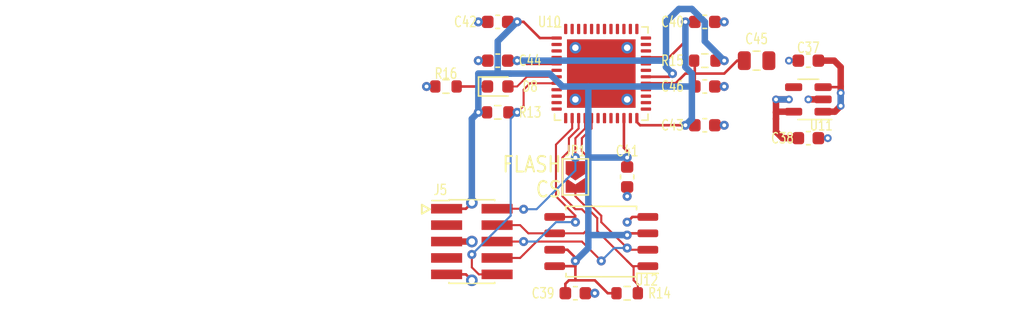
<source format=kicad_pcb>
(kicad_pcb (version 20221018) (generator pcbnew)
  (layers (0 "F.Cu" signal "Front") (31 "B.Cu" signal "Back") (34 "B.Paste" user) (35 "F.Paste" user) (36 "B.SilkS" user "B.Silkscreen") (37 "F.SilkS" user "F.Silkscreen") (38 "B.Mask" user) (39 "F.Mask" user) (44 "Edge.Cuts" user))
  (net 0 "")
  (net 1 "gnd")
  (net 2 "v3v3")
  (net 3 "tp_fpga[3].io")
  (net 4 "tp_fpga[0].io")
  (net 5 "tp_fpga[2].io")
  (net 6 "tp_fpga[1].io")
  (net 7 "cdone.res.a")
  (net 8 "fpga.gpio.pwm_2H")
  (net 9 "fpga.gpio.pwm_2L")
  (net 10 "fpga.gpio.pwm_1H")
  (net 11 "fpga.gpio.pwm_1L")
  (net 12 "fpga.gpio.pwm_0H")
  (net 13 "fpga.gpio.pwm_0L")
  (net 14 "fpga.vcc_reg.pwr_out")
  (net 15 "fpga.pll_res.pwr_out")
  (net 16 "fpga.ic.spi_config_cs")
  (net 17 "fpga.ic.creset_b")
  (net 18 "usb_fpga_bitbang.dm")
  (net 19 "usb_fpga_bitbang.dp")
  (net 20 "usb_fpga_bitbang.dp_pull")
  (net 21 "fpga.ic.spi_config.miso")
  (net 22 "fpga.ic.spi_config.mosi")
  (net 23 "fpga.ic.spi_config.sck")
  (net 24 "fpga.gpio.led_1")
  (net 25 "fpga.gpio.led_3")
  (net 26 "fpga.gpio.led_2")
  (net 27 "fpga.cdone")
  (net 28 "fpga.gpio.led_0")
  (net 29 "fpga_sw.out")
  (net 30 "fpga.cs_jmp.output")
  (net 31 "fpga_osc.out")
  (footprint "Capacitor_SMD:C_0603_1608Metric" (layer "F.Cu") (at 82 153 -90)
    (fp_text reference "C41" (at -2 0 180) (layer "F.SilkS") (effects (font (size 0.8 0.6) (thickness 0.1))))
    (fp_text value "")
    (fp_line (start -0.14058 -0.51) (end 0.14058 -0.51) (stroke (width 0.12)) (layer "F.SilkS"))
    (fp_line (start -0.14058 0.51) (end 0.14058 0.51) (stroke (width 0.12)) (layer "F.SilkS"))
    (pad "1" smd roundrect (at -0.775 0 270) (size 0.9 0.95) (layers "F.Cu" "F.Paste" "F.Mask") (net 2 "v3v3"))
    (pad "2" smd roundrect (at 0.775 0 270) (size 0.9 0.95) (layers "F.Cu" "F.Paste" "F.Mask") (net 1 "gnd"))
  )
  (footprint "Package_DFN_QFN:QFN-48-1EP_7x7mm_P0.5mm_EP5.3x5.3mm" (layer "F.Cu") (at 80 145)
    (fp_text reference "U10" (at -4 -4) (layer "F.SilkS") (effects (font (size 0.8 0.6) (thickness 0.1))))
    (fp_text value "ICE40UP5K-SG48 (Lattice Semiconductor Corporation)")
    (fp_line (start -3.61 3.61) (end -3.61 3.135) (stroke (width 0.12)) (layer "F.SilkS"))
    (fp_line (start -3.135 -3.61) (end -3.61 -3.61) (stroke (width 0.12)) (layer "F.SilkS"))
    (fp_line (start -3.135 3.61) (end -3.61 3.61) (stroke (width 0.12)) (layer "F.SilkS"))
    (fp_line (start 3.135 -3.61) (end 3.61 -3.61) (stroke (width 0.12)) (layer "F.SilkS"))
    (fp_line (start 3.135 3.61) (end 3.61 3.61) (stroke (width 0.12)) (layer "F.SilkS"))
    (fp_line (start 3.61 -3.61) (end 3.61 -3.135) (stroke (width 0.12)) (layer "F.SilkS"))
    (fp_line (start 3.61 3.61) (end 3.61 3.135) (stroke (width 0.12)) (layer "F.SilkS"))
    (pad "1" smd roundrect (at -3.45 -2.75) (size 0.8 0.25) (layers "F.Cu" "F.Paste" "F.Mask") (net 2 "v3v3"))
    (pad "2" smd roundrect (at -3.45 -2.25) (size 0.8 0.25) (layers "F.Cu" "F.Paste" "F.Mask") (net 4 "tp_fpga[0].io"))
    (pad "3" smd roundrect (at -3.45 -1.75) (size 0.8 0.25) (layers "F.Cu" "F.Paste" "F.Mask") (net 6 "tp_fpga[1].io"))
    (pad "4" smd roundrect (at -3.45 -1.25) (size 0.8 0.25) (layers "F.Cu" "F.Paste" "F.Mask") (net 5 "tp_fpga[2].io"))
    (pad "5" smd roundrect (at -3.45 -0.75) (size 0.8 0.25) (layers "F.Cu" "F.Paste" "F.Mask") (net 14 "fpga.vcc_reg.pwr_out"))
    (pad "6" smd roundrect (at -3.45 -0.25) (size 0.8 0.25) (layers "F.Cu" "F.Paste" "F.Mask") (net 3 "tp_fpga[3].io"))
    (pad "7" smd roundrect (at -3.45 0.25) (size 0.8 0.25) (layers "F.Cu" "F.Paste" "F.Mask") (net 27 "fpga.cdone"))
    (pad "8" smd roundrect (at -3.45 0.75) (size 0.8 0.25) (layers "F.Cu" "F.Paste" "F.Mask") (net 17 "fpga.ic.creset_b"))
    (pad "9" smd roundrect (at -3.45 1.25) (size 0.8 0.25) (layers "F.Cu" "F.Paste" "F.Mask"))
    (pad "10" smd roundrect (at -3.45 1.75) (size 0.8 0.25) (layers "F.Cu" "F.Paste" "F.Mask"))
    (pad "11" smd roundrect (at -3.45 2.25) (size 0.8 0.25) (layers "F.Cu" "F.Paste" "F.Mask"))
    (pad "12" smd roundrect (at -3.45 2.75) (size 0.8 0.25) (layers "F.Cu" "F.Paste" "F.Mask"))
    (pad "13" smd roundrect (at -2.75 3.45) (size 0.25 0.8) (layers "F.Cu" "F.Paste" "F.Mask"))
    (pad "14" smd roundrect (at -2.25 3.45) (size 0.25 0.8) (layers "F.Cu" "F.Paste" "F.Mask") (net 22 "fpga.ic.spi_config.mosi"))
    (pad "15" smd roundrect (at -1.75 3.45) (size 0.25 0.8) (layers "F.Cu" "F.Paste" "F.Mask") (net 23 "fpga.ic.spi_config.sck"))
    (pad "16" smd roundrect (at -1.25 3.45) (size 0.25 0.8) (layers "F.Cu" "F.Paste" "F.Mask") (net 16 "fpga.ic.spi_config_cs"))
    (pad "17" smd roundrect (at -0.75 3.45) (size 0.25 0.8) (layers "F.Cu" "F.Paste" "F.Mask") (net 21 "fpga.ic.spi_config.miso"))
    (pad "18" smd roundrect (at -0.25 3.45) (size 0.25 0.8) (layers "F.Cu" "F.Paste" "F.Mask") (net 25 "fpga.gpio.led_3"))
    (pad "19" smd roundrect (at 0.25 3.45) (size 0.25 0.8) (layers "F.Cu" "F.Paste" "F.Mask") (net 26 "fpga.gpio.led_2"))
    (pad "20" smd roundrect (at 0.75 3.45) (size 0.25 0.8) (layers "F.Cu" "F.Paste" "F.Mask") (net 24 "fpga.gpio.led_1"))
    (pad "21" smd roundrect (at 1.25 3.45) (size 0.25 0.8) (layers "F.Cu" "F.Paste" "F.Mask") (net 28 "fpga.gpio.led_0"))
    (pad "22" smd roundrect (at 1.75 3.45) (size 0.25 0.8) (layers "F.Cu" "F.Paste" "F.Mask") (net 2 "v3v3"))
    (pad "23" smd roundrect (at 2.25 3.45) (size 0.25 0.8) (layers "F.Cu" "F.Paste" "F.Mask"))
    (pad "24" smd roundrect (at 2.75 3.45) (size 0.25 0.8) (layers "F.Cu" "F.Paste" "F.Mask") (net 2 "v3v3"))
    (pad "25" smd roundrect (at 3.45 2.75) (size 0.8 0.25) (layers "F.Cu" "F.Paste" "F.Mask") (net 18 "usb_fpga_bitbang.dm"))
    (pad "26" smd roundrect (at 3.45 2.25) (size 0.8 0.25) (layers "F.Cu" "F.Paste" "F.Mask") (net 19 "usb_fpga_bitbang.dp"))
    (pad "27" smd roundrect (at 3.45 1.75) (size 0.8 0.25) (layers "F.Cu" "F.Paste" "F.Mask") (net 20 "usb_fpga_bitbang.dp_pull"))
    (pad "28" smd roundrect (at 3.45 1.25) (size 0.8 0.25) (layers "F.Cu" "F.Paste" "F.Mask"))
    (pad "29" smd roundrect (at 3.45 0.75) (size 0.8 0.25) (layers "F.Cu" "F.Paste" "F.Mask") (net 15 "fpga.pll_res.pwr_out"))
    (pad "30" smd roundrect (at 3.45 0.25) (size 0.8 0.25) (layers "F.Cu" "F.Paste" "F.Mask") (net 14 "fpga.vcc_reg.pwr_out"))
    (pad "31" smd roundrect (at 3.45 -0.25) (size 0.8 0.25) (layers "F.Cu" "F.Paste" "F.Mask"))
    (pad "32" smd roundrect (at 3.45 -0.75) (size 0.8 0.25) (layers "F.Cu" "F.Paste" "F.Mask") (net 29 "fpga_sw.out"))
    (pad "33" smd roundrect (at 3.45 -1.25) (size 0.8 0.25) (layers "F.Cu" "F.Paste" "F.Mask") (net 2 "v3v3"))
    (pad "34" smd roundrect (at 3.45 -1.75) (size 0.8 0.25) (layers "F.Cu" "F.Paste" "F.Mask"))
    (pad "35" smd roundrect (at 3.45 -2.25) (size 0.8 0.25) (layers "F.Cu" "F.Paste" "F.Mask"))
    (pad "36" smd roundrect (at 3.45 -2.75) (size 0.8 0.25) (layers "F.Cu" "F.Paste" "F.Mask"))
    (pad "37" smd roundrect (at 2.75 -3.45) (size 0.25 0.8) (layers "F.Cu" "F.Paste" "F.Mask") (net 31 "fpga_osc.out"))
    (pad "38" smd roundrect (at 2.25 -3.45) (size 0.25 0.8) (layers "F.Cu" "F.Paste" "F.Mask"))
    (pad "39" smd roundrect (at 1.75 -3.45) (size 0.25 0.8) (layers "F.Cu" "F.Paste" "F.Mask"))
    (pad "40" smd roundrect (at 1.25 -3.45) (size 0.25 0.8) (layers "F.Cu" "F.Paste" "F.Mask"))
    (pad "41" smd roundrect (at 0.75 -3.45) (size 0.25 0.8) (layers "F.Cu" "F.Paste" "F.Mask"))
    (pad "42" smd roundrect (at 0.25 -3.45) (size 0.25 0.8) (layers "F.Cu" "F.Paste" "F.Mask"))
    (pad "43" smd roundrect (at -0.25 -3.45) (size 0.25 0.8) (layers "F.Cu" "F.Paste" "F.Mask") (net 9 "fpga.gpio.pwm_2L"))
    (pad "44" smd roundrect (at -0.75 -3.45) (size 0.25 0.8) (layers "F.Cu" "F.Paste" "F.Mask") (net 8 "fpga.gpio.pwm_2H"))
    (pad "45" smd roundrect (at -1.25 -3.45) (size 0.25 0.8) (layers "F.Cu" "F.Paste" "F.Mask") (net 11 "fpga.gpio.pwm_1L"))
    (pad "46" smd roundrect (at -1.75 -3.45) (size 0.25 0.8) (layers "F.Cu" "F.Paste" "F.Mask") (net 10 "fpga.gpio.pwm_1H"))
    (pad "47" smd roundrect (at -2.25 -3.45) (size 0.25 0.8) (layers "F.Cu" "F.Paste" "F.Mask") (net 13 "fpga.gpio.pwm_0L"))
    (pad "48" smd roundrect (at -2.75 -3.45) (size 0.25 0.8) (layers "F.Cu" "F.Paste" "F.Mask") (net 12 "fpga.gpio.pwm_0H"))
    (pad "49" smd rect (at 0 0) (size 5.3 5.3) (layers "F.Cu" "F.Mask") (net 1 "gnd"))
  )
  (footprint "Package_TO_SOT_SMD:SOT-23-5" (layer "F.Cu") (at 96 147 180)
    (fp_text reference "U11" (at -1 -2 180) (layer "F.SilkS") (effects (font (size 0.8 0.6) (thickness 0.1))))
    (fp_text value "LP5907MFX-1.2/NOPB (Texas Instruments)")
    (fp_line (start 0 -1.56) (end -1.8 -1.56) (stroke (width 0.12)) (layer "F.SilkS"))
    (fp_line (start 0 -1.56) (end 0.8 -1.56) (stroke (width 0.12)) (layer "F.SilkS"))
    (fp_line (start 0 1.56) (end -0.8 1.56) (stroke (width 0.12)) (layer "F.SilkS"))
    (fp_line (start 0 1.56) (end 0.8 1.56) (stroke (width 0.12)) (layer "F.SilkS"))
    (pad "1" smd roundrect (at -1.1375 -0.95 180) (size 1.325 0.6) (layers "F.Cu" "F.Paste" "F.Mask") (net 2 "v3v3"))
    (pad "2" smd roundrect (at -1.1375 0 180) (size 1.325 0.6) (layers "F.Cu" "F.Paste" "F.Mask") (net 1 "gnd"))
    (pad "3" smd roundrect (at -1.1375 0.95 180) (size 1.325 0.6) (layers "F.Cu" "F.Paste" "F.Mask") (net 2 "v3v3"))
    (pad "4" smd roundrect (at 1.1375 0.95 180) (size 1.325 0.6) (layers "F.Cu" "F.Paste" "F.Mask"))
    (pad "5" smd roundrect (at 1.1375 -0.95 180) (size 1.325 0.6) (layers "F.Cu" "F.Paste" "F.Mask") (net 14 "fpga.vcc_reg.pwr_out"))
  )
  (footprint "Capacitor_SMD:C_0603_1608Metric" (layer "F.Cu") (at 78 162)
    (fp_text reference "C39" (at -2.5 0) (layer "F.SilkS") (effects (font (size 0.8 0.6) (thickness 0.1))))
    (fp_text value "")
    (fp_line (start -0.14058 -0.51) (end 0.14058 -0.51) (stroke (width 0.12)) (layer "F.SilkS"))
    (fp_line (start -0.14058 0.51) (end 0.14058 0.51) (stroke (width 0.12)) (layer "F.SilkS"))
    (pad "1" smd roundrect (at -0.775 0) (size 0.9 0.95) (layers "F.Cu" "F.Paste" "F.Mask") (net 2 "v3v3"))
    (pad "2" smd roundrect (at 0.775 0) (size 0.9 0.95) (layers "F.Cu" "F.Paste" "F.Mask") (net 1 "gnd"))
  )
  (footprint "LED_SMD:LED_0603_1608Metric" (layer "F.Cu") (at 72 146)
    (fp_text reference "D8" (at 2.5 0) (layer "F.SilkS") (effects (font (size 0.8 0.6) (thickness 0.1))))
    (fp_text value "KT-0603R (Hubei KENTO Elec) - Red 615~630nm 1.9~2.2V 0603 Light Emitting Diodes (LED) RoHS")
    (fp_line (start -1.485 -0.735) (end -1.485 0.735) (stroke (width 0.12)) (layer "F.SilkS"))
    (fp_line (start -1.485 0.735) (end 0.8 0.735) (stroke (width 0.12)) (layer "F.SilkS"))
    (fp_line (start 0.8 -0.735) (end -1.485 -0.735) (stroke (width 0.12)) (layer "F.SilkS"))
    (pad "1" smd roundrect (at -0.7875 0) (size 0.875 0.95) (layers "F.Cu" "F.Paste" "F.Mask") (net 7 "cdone.res.a"))
    (pad "2" smd roundrect (at 0.7875 0) (size 0.875 0.95) (layers "F.Cu" "F.Paste" "F.Mask") (net 27 "fpga.cdone"))
  )
  (footprint "Capacitor_SMD:C_0603_1608Metric" (layer "F.Cu") (at 96 144 180)
    (fp_text reference "C37" (at 0 1) (layer "F.SilkS") (effects (font (size 0.8 0.6) (thickness 0.1))))
    (fp_text value "")
    (fp_line (start -0.14058 -0.51) (end 0.14058 -0.51) (stroke (width 0.12)) (layer "F.SilkS"))
    (fp_line (start -0.14058 0.51) (end 0.14058 0.51) (stroke (width 0.12)) (layer "F.SilkS"))
    (pad "1" smd roundrect (at -0.775 0 180) (size 0.9 0.95) (layers "F.Cu" "F.Paste" "F.Mask") (net 2 "v3v3"))
    (pad "2" smd roundrect (at 0.775 0 180) (size 0.9 0.95) (layers "F.Cu" "F.Paste" "F.Mask") (net 1 "gnd"))
  )
  (footprint "Resistor_SMD:R_0603_1608Metric" (layer "F.Cu") (at 68 146 180)
    (fp_text reference "R16" (at 0 1) (layer "F.SilkS") (effects (font (size 0.8 0.6) (thickness 0.1))))
    (fp_text value "")
    (fp_line (start -0.237258 -0.5225) (end 0.237258 -0.5225) (stroke (width 0.12)) (layer "F.SilkS"))
    (fp_line (start -0.237258 0.5225) (end 0.237258 0.5225) (stroke (width 0.12)) (layer "F.SilkS"))
    (pad "1" smd roundrect (at -0.825 0 180) (size 0.8 0.95) (layers "F.Cu" "F.Paste" "F.Mask") (net 7 "cdone.res.a"))
    (pad "2" smd roundrect (at 0.825 0 180) (size 0.8 0.95) (layers "F.Cu" "F.Paste" "F.Mask") (net 1 "gnd"))
  )
  (footprint "Capacitor_SMD:C_0805_2012Metric" (layer "F.Cu") (at 92 144)
    (fp_text reference "C45" (at 0 -1.68) (layer "F.SilkS") (effects (font (size 0.8 0.6) (thickness 0.1))))
    (fp_text value "")
    (fp_line (start -0.261252 -0.735) (end 0.261252 -0.735) (stroke (width 0.12)) (layer "F.SilkS"))
    (fp_line (start -0.261252 0.735) (end 0.261252 0.735) (stroke (width 0.12)) (layer "F.SilkS"))
    (pad "1" smd roundrect (at -0.95 0) (size 1 1.45) (layers "F.Cu" "F.Paste" "F.Mask") (net 15 "fpga.pll_res.pwr_out"))
    (pad "2" smd roundrect (at 0.95 0) (size 1 1.45) (layers "F.Cu" "F.Paste" "F.Mask") (net 1 "gnd"))
  )
  (footprint "Resistor_SMD:R_0603_1608Metric" (layer "F.Cu") (at 82 162)
    (fp_text reference "R14" (at 2.5 0) (layer "F.SilkS") (effects (font (size 0.8 0.6) (thickness 0.1))))
    (fp_text value "")
    (fp_line (start -0.237258 -0.5225) (end 0.237258 -0.5225) (stroke (width 0.12)) (layer "F.SilkS"))
    (fp_line (start -0.237258 0.5225) (end 0.237258 0.5225) (stroke (width 0.12)) (layer "F.SilkS"))
    (pad "1" smd roundrect (at -0.825 0) (size 0.8 0.95) (layers "F.Cu" "F.Paste" "F.Mask") (net 2 "v3v3"))
    (pad "2" smd roundrect (at 0.825 0) (size 0.8 0.95) (layers "F.Cu" "F.Paste" "F.Mask") (net 30 "fpga.cs_jmp.output"))
  )
  (footprint "Resistor_SMD:R_0603_1608Metric" (layer "F.Cu") (at 72 148)
    (fp_text reference "R13" (at 2.5 0) (layer "F.SilkS") (effects (font (size 0.8 0.6) (thickness 0.1))))
    (fp_text value "")
    (fp_line (start -0.237258 -0.5225) (end 0.237258 -0.5225) (stroke (width 0.12)) (layer "F.SilkS"))
    (fp_line (start -0.237258 0.5225) (end 0.237258 0.5225) (stroke (width 0.12)) (layer "F.SilkS"))
    (pad "1" smd roundrect (at -0.825 0) (size 0.8 0.95) (layers "F.Cu" "F.Paste" "F.Mask") (net 2 "v3v3"))
    (pad "2" smd roundrect (at 0.825 0) (size 0.8 0.95) (layers "F.Cu" "F.Paste" "F.Mask") (net 17 "fpga.ic.creset_b"))
  )
  (footprint "Capacitor_SMD:C_0603_1608Metric" (layer "F.Cu") (at 88 141)
    (fp_text reference "C40" (at -2.5 0) (layer "F.SilkS") (effects (font (size 0.8 0.6) (thickness 0.1))))
    (fp_text value "")
    (fp_line (start -0.14058 -0.51) (end 0.14058 -0.51) (stroke (width 0.12)) (layer "F.SilkS"))
    (fp_line (start -0.14058 0.51) (end 0.14058 0.51) (stroke (width 0.12)) (layer "F.SilkS"))
    (pad "1" smd roundrect (at -0.775 0) (size 0.9 0.95) (layers "F.Cu" "F.Paste" "F.Mask") (net 2 "v3v3"))
    (pad "2" smd roundrect (at 0.775 0) (size 0.9 0.95) (layers "F.Cu" "F.Paste" "F.Mask") (net 1 "gnd"))
  )
  (footprint "Capacitor_SMD:C_0603_1608Metric" (layer "F.Cu") (at 88 149)
    (fp_text reference "C43" (at -2.5 0) (layer "F.SilkS") (effects (font (size 0.8 0.6) (thickness 0.1))))
    (fp_text value "")
    (fp_line (start -0.14058 -0.51) (end 0.14058 -0.51) (stroke (width 0.12)) (layer "F.SilkS"))
    (fp_line (start -0.14058 0.51) (end 0.14058 0.51) (stroke (width 0.12)) (layer "F.SilkS"))
    (pad "1" smd roundrect (at -0.775 0) (size 0.9 0.95) (layers "F.Cu" "F.Paste" "F.Mask") (net 2 "v3v3"))
    (pad "2" smd roundrect (at 0.775 0) (size 0.9 0.95) (layers "F.Cu" "F.Paste" "F.Mask") (net 1 "gnd"))
  )
  (footprint "Resistor_SMD:R_0603_1608Metric" (layer "F.Cu") (at 88 144 180)
    (fp_text reference "R15" (at 2.5 0) (layer "F.SilkS") (effects (font (size 0.8 0.6) (thickness 0.1))))
    (fp_text value "")
    (fp_line (start -0.237258 -0.5225) (end 0.237258 -0.5225) (stroke (width 0.12)) (layer "F.SilkS"))
    (fp_line (start -0.237258 0.5225) (end 0.237258 0.5225) (stroke (width 0.12)) (layer "F.SilkS"))
    (pad "1" smd roundrect (at -0.825 0 180) (size 0.8 0.95) (layers "F.Cu" "F.Paste" "F.Mask") (net 14 "fpga.vcc_reg.pwr_out"))
    (pad "2" smd roundrect (at 0.825 0 180) (size 0.8 0.95) (layers "F.Cu" "F.Paste" "F.Mask") (net 15 "fpga.pll_res.pwr_out"))
  )
  (footprint "Capacitor_SMD:C_0603_1608Metric" (layer "F.Cu") (at 72 144 180)
    (fp_text reference "C44" (at -2.5 0) (layer "F.SilkS") (effects (font (size 0.8 0.6) (thickness 0.1))))
    (fp_text value "")
    (fp_line (start -0.14058 -0.51) (end 0.14058 -0.51) (stroke (width 0.12)) (layer "F.SilkS"))
    (fp_line (start -0.14058 0.51) (end 0.14058 0.51) (stroke (width 0.12)) (layer "F.SilkS"))
    (pad "1" smd roundrect (at -0.775 0 180) (size 0.9 0.95) (layers "F.Cu" "F.Paste" "F.Mask") (net 14 "fpga.vcc_reg.pwr_out"))
    (pad "2" smd roundrect (at 0.775 0 180) (size 0.9 0.95) (layers "F.Cu" "F.Paste" "F.Mask") (net 1 "gnd"))
  )
  (footprint "Capacitor_SMD:C_0603_1608Metric" (layer "F.Cu") (at 88 146)
    (fp_text reference "C46" (at -2.5 0) (layer "F.SilkS") (effects (font (size 0.8 0.6) (thickness 0.1))))
    (fp_text value "")
    (fp_line (start -0.14058 -0.51) (end 0.14058 -0.51) (stroke (width 0.12)) (layer "F.SilkS"))
    (fp_line (start -0.14058 0.51) (end 0.14058 0.51) (stroke (width 0.12)) (layer "F.SilkS"))
    (pad "1" smd roundrect (at -0.775 0) (size 0.9 0.95) (layers "F.Cu" "F.Paste" "F.Mask") (net 15 "fpga.pll_res.pwr_out"))
    (pad "2" smd roundrect (at 0.775 0) (size 0.9 0.95) (layers "F.Cu" "F.Paste" "F.Mask") (net 1 "gnd"))
  )
  (footprint "Connector_PinHeader_1.27mm:PinHeader_2x05_P1.27mm_Vertical_SMD" (layer "F.Cu") (at 70 158)
    (fp_text reference "J5" (at -2.4275 -4) (layer "F.SilkS") (effects (font (size 0.8 0.6) (thickness 0.1))))
    (fp_text value "PinHeader1.27 Shrouded 2x5 (Generic)")
    (fp_line (start -3.09 -3.17) (end -1.765 -3.17) (stroke (width 0.12)) (layer "F.SilkS"))
    (fp_line (start -1.765 -3.235) (end -1.765 -3.17) (stroke (width 0.12)) (layer "F.SilkS"))
    (fp_line (start -1.765 -3.235) (end 1.765 -3.235) (stroke (width 0.12)) (layer "F.SilkS"))
    (fp_line (start -1.765 3.17) (end -1.765 3.235) (stroke (width 0.12)) (layer "F.SilkS"))
    (fp_line (start -1.765 3.235) (end 1.765 3.235) (stroke (width 0.12)) (layer "F.SilkS"))
    (fp_line (start 1.765 -3.235) (end 1.765 -3.17) (stroke (width 0.12)) (layer "F.SilkS"))
    (fp_line (start 1.765 3.17) (end 1.765 3.235) (stroke (width 0.12)) (layer "F.SilkS"))
    (pad "1" smd rect (at -1.95 -2.54) (size 2.4 0.74) (layers "F.Cu" "F.Paste" "F.Mask") (net 2 "v3v3"))
    (pad "2" smd rect (at 1.95 -2.54) (size 2.4 0.74) (layers "F.Cu" "F.Paste" "F.Mask") (net 16 "fpga.ic.spi_config_cs"))
    (pad "3" smd rect (at -1.95 -1.27) (size 2.4 0.74) (layers "F.Cu" "F.Paste" "F.Mask") (net 1 "gnd"))
    (pad "4" smd rect (at 1.95 -1.27) (size 2.4 0.74) (layers "F.Cu" "F.Paste" "F.Mask") (net 23 "fpga.ic.spi_config.sck"))
    (pad "5" smd rect (at -1.95 0) (size 2.4 0.74) (layers "F.Cu" "F.Paste" "F.Mask") (net 1 "gnd"))
    (pad "6" smd rect (at 1.95 0) (size 2.4 0.74) (layers "F.Cu" "F.Paste" "F.Mask") (net 22 "fpga.ic.spi_config.mosi"))
    (pad "7" smd rect (at -1.95 1.27) (size 2.4 0.74) (layers "F.Cu" "F.Paste" "F.Mask"))
    (pad "8" smd rect (at 1.95 1.27) (size 2.4 0.74) (layers "F.Cu" "F.Paste" "F.Mask") (net 21 "fpga.ic.spi_config.miso"))
    (pad "9" smd rect (at -1.95 2.54) (size 2.4 0.74) (layers "F.Cu" "F.Paste" "F.Mask") (net 1 "gnd"))
    (pad "10" smd rect (at 1.95 2.54) (size 2.4 0.74) (layers "F.Cu" "F.Paste" "F.Mask") (net 17 "fpga.ic.creset_b"))
  )
  (footprint "Capacitor_SMD:C_0603_1608Metric" (layer "F.Cu") (at 72 141 180)
    (fp_text reference "C42" (at 2.5 0) (layer "F.SilkS") (effects (font (size 0.8 0.6) (thickness 0.1))))
    (fp_text value "")
    (fp_line (start -0.14058 -0.51) (end 0.14058 -0.51) (stroke (width 0.12)) (layer "F.SilkS"))
    (fp_line (start -0.14058 0.51) (end 0.14058 0.51) (stroke (width 0.12)) (layer "F.SilkS"))
    (pad "1" smd roundrect (at -0.775 0 180) (size 0.9 0.95) (layers "F.Cu" "F.Paste" "F.Mask") (net 2 "v3v3"))
    (pad "2" smd roundrect (at 0.775 0 180) (size 0.9 0.95) (layers "F.Cu" "F.Paste" "F.Mask") (net 1 "gnd"))
  )
  (footprint "Package_SO:SOIC-8_5.23x5.23mm_P1.27mm" (layer "F.Cu") (at 80 158 180)
    (fp_text reference "U12" (at -3.5 -3 180) (layer "F.SilkS") (effects (font (size 0.8 0.6) (thickness 0.1))))
    (fp_text value "W25Q128JVSIQ (Winbond Electronics)")
    (fp_line (start -2.725 -2.725) (end -2.725 -2.465) (stroke (width 0.12)) (layer "F.SilkS"))
    (fp_line (start -2.725 -2.465) (end -4.4 -2.465) (stroke (width 0.12)) (layer "F.SilkS"))
    (fp_line (start -2.725 2.725) (end -2.725 2.465) (stroke (width 0.12)) (layer "F.SilkS"))
    (fp_line (start 0 -2.725) (end -2.725 -2.725) (stroke (width 0.12)) (layer "F.SilkS"))
    (fp_line (start 0 -2.725) (end 2.725 -2.725) (stroke (width 0.12)) (layer "F.SilkS"))
    (fp_line (start 0 2.725) (end -2.725 2.725) (stroke (width 0.12)) (layer "F.SilkS"))
    (fp_line (start 0 2.725) (end 2.725 2.725) (stroke (width 0.12)) (layer "F.SilkS"))
    (fp_line (start 2.725 -2.725) (end 2.725 -2.465) (stroke (width 0.12)) (layer "F.SilkS"))
    (fp_line (start 2.725 2.725) (end 2.725 2.465) (stroke (width 0.12)) (layer "F.SilkS"))
    (pad "1" smd roundrect (at -3.6 -1.905 180) (size 1.6 0.6) (layers "F.Cu" "F.Paste" "F.Mask") (net 30 "fpga.cs_jmp.output"))
    (pad "2" smd roundrect (at -3.6 -0.635 180) (size 1.6 0.6) (layers "F.Cu" "F.Paste" "F.Mask") (net 21 "fpga.ic.spi_config.miso"))
    (pad "3" smd roundrect (at -3.6 0.635 180) (size 1.6 0.6) (layers "F.Cu" "F.Paste" "F.Mask") (net 2 "v3v3"))
    (pad "4" smd roundrect (at -3.6 1.905 180) (size 1.6 0.6) (layers "F.Cu" "F.Paste" "F.Mask") (net 1 "gnd"))
    (pad "5" smd roundrect (at 3.6 1.905 180) (size 1.6 0.6) (layers "F.Cu" "F.Paste" "F.Mask") (net 22 "fpga.ic.spi_config.mosi"))
    (pad "6" smd roundrect (at 3.6 0.635 180) (size 1.6 0.6) (layers "F.Cu" "F.Paste" "F.Mask") (net 23 "fpga.ic.spi_config.sck"))
    (pad "7" smd roundrect (at 3.6 -0.635 180) (size 1.6 0.6) (layers "F.Cu" "F.Paste" "F.Mask") (net 2 "v3v3"))
    (pad "8" smd roundrect (at 3.6 -1.905 180) (size 1.6 0.6) (layers "F.Cu" "F.Paste" "F.Mask") (net 2 "v3v3"))
  )
  (footprint "Capacitor_SMD:C_0603_1608Metric" (layer "F.Cu") (at 96 150)
    (fp_text reference "C38" (at -2 0) (layer "F.SilkS") (effects (font (size 0.8 0.6) (thickness 0.1))))
    (fp_text value "")
    (fp_line (start -0.14058 -0.51) (end 0.14058 -0.51) (stroke (width 0.12)) (layer "F.SilkS"))
    (fp_line (start -0.14058 0.51) (end 0.14058 0.51) (stroke (width 0.12)) (layer "F.SilkS"))
    (pad "1" smd roundrect (at -0.775 0) (size 0.9 0.95) (layers "F.Cu" "F.Paste" "F.Mask") (net 14 "fpga.vcc_reg.pwr_out"))
    (pad "2" smd roundrect (at 0.775 0) (size 0.9 0.95) (layers "F.Cu" "F.Paste" "F.Mask") (net 1 "gnd"))
  )
  (footprint "Jumper:SolderJumper-2_P1.3mm_Open_TrianglePad1.0x1.5mm" (layer "F.Cu") (at 78 153 -90)
    (fp_text reference "JP1" (at -2 0) (layer "F.SilkS") (effects (font (size 0.8 0.6) (thickness 0.1))))
    (fp_text value "")
    (fp_line (start -1.4 -1) (end 1.4 -1) (stroke (width 0.12)) (layer "F.SilkS"))
    (fp_line (start -1.4 1) (end -1.4 -1) (stroke (width 0.12)) (layer "F.SilkS"))
    (fp_line (start 1.4 -1) (end 1.4 1) (stroke (width 0.12)) (layer "F.SilkS"))
    (fp_line (start 1.4 1) (end -1.4 1) (stroke (width 0.12)) (layer "F.SilkS"))
    (pad "1" smd custom (at -0.725 0 270) (size 0.3 0.3) (layers "F.Cu" "F.Mask") (net 16 "fpga.ic.spi_config_cs") (options (clearance outline) (anchor rect)) (primitives (gr_poly (pts (xy 1 0) (xy 0.5 0.75) (xy -0.5 0.75) (xy -0.5 -0.75) (xy 0.5 -0.75)) (width 0) (fill yes))))
    (pad "2" smd custom (at 0.725 0 270) (size 0.3 0.3) (layers "F.Cu" "F.Mask") (net 30 "fpga.cs_jmp.output") (options (clearance outline) (anchor rect)) (primitives (gr_poly (pts (xy 0.5 0.75) (xy -0.65 0.75) (xy -0.15 0) (xy -0.65 -0.75) (xy 0.5 -0.75)) (width 0) (fill yes))))
  )
  (gr_text "FLASH\nCS" (at 77 153) (layer "F.SilkS") (effects (font (size 1.2 1)) (justify right)))
  (gr_text "△" (at 66.5 155.5 270) (layer "F.SilkS") (effects (font (size 0.8 0.8))))
  (segment (start 67.175 146) (end 66.5 146) (width 0.2) (layer "F.Cu") (net 1))
  (segment (start 88.775 149) (end 89.5 149) (width 0.15) (layer "F.Cu") (net 1))
  (segment (start 95.225 144) (end 94.5 144) (width 0.15) (layer "F.Cu") (net 1))
  (segment (start 82 153.775) (end 82 154.5) (width 0.2) (layer "F.Cu") (net 1))
  (segment (start 71.225 144) (end 70.5 144) (width 0.15) (layer "F.Cu") (net 1))
  (segment (start 96.775 150) (end 97.5 150) (width 0.15) (layer "F.Cu") (net 1))
  (segment (start 68.05 160.54) (end 69.54 160.54) (width 0.2) (layer "F.Cu") (net 1))
  (segment (start 83.6 156.095) (end 82.405 156.095) (width 0.2) (layer "F.Cu") (net 1))
  (segment (start 68.05 158) (end 70 158) (width 0.5) (layer "F.Cu") (net 1))
  (segment (start 88.775 141) (end 89.5 141) (width 0.2) (layer "F.Cu") (net 1))
  (segment (start 82.405 156.095) (end 82 156.5) (width 0.2) (layer "F.Cu") (net 1))
  (segment (start 97.1375 147) (end 96 147) (width 0.5) (layer "F.Cu") (net 1))
  (segment (start 88.775 146) (end 89.5 146) (width 0.2) (layer "F.Cu") (net 1))
  (segment (start 78.775 162) (end 79.5 162) (width 0.2) (layer "F.Cu") (net 1))
  (segment (start 71.225 141) (end 70.5 141) (width 0.15) (layer "F.Cu") (net 1))
  (segment (start 69.54 160.54) (end 70 161) (width 0.2) (layer "F.Cu") (net 1))
  (via (at 89.5 146) (size 0.7) (drill 0.3) (layers "F.Cu" "B.Cu") (net 1))
  (via (at 70 158) (size 0.9) (drill 0.5) (layers "F.Cu" "B.Cu") (net 1))
  (via (at 82 147) (size 0.9) (drill 0.5) (layers "F.Cu" "B.Cu") (net 1))
  (via (at 70.5 144) (size 0.7) (drill 0.3) (layers "F.Cu" "B.Cu") (net 1))
  (via (at 70.5 141) (size 0.7) (drill 0.3) (layers "F.Cu" "B.Cu") (net 1))
  (via (at 82 156.5) (size 0.7) (drill 0.3) (layers "F.Cu" "B.Cu") (net 1))
  (via (at 70 161) (size 0.9) (drill 0.5) (layers "F.Cu" "B.Cu") (net 1))
  (via (at 89.5 141) (size 0.7) (drill 0.3) (layers "F.Cu" "B.Cu") (net 1))
  (via (at 97.5 150) (size 0.6) (drill 0.3) (layers "F.Cu" "B.Cu") (net 1))
  (via (at 78 147) (size 0.9) (drill 0.5) (layers "F.Cu" "B.Cu") (net 1))
  (via (at 89.5 149) (size 0.7) (drill 0.3) (layers "F.Cu" "B.Cu") (net 1))
  (via (at 94.5 144) (size 0.6) (drill 0.3) (layers "F.Cu" "B.Cu") (net 1))
  (via (at 79.5 162) (size 0.7) (drill 0.3) (layers "F.Cu" "B.Cu") (net 1))
  (via (at 82 154.5) (size 0.7) (drill 0.3) (layers "F.Cu" "B.Cu") (net 1))
  (via (at 82 143) (size 0.9) (drill 0.5) (layers "F.Cu" "B.Cu") (net 1))
  (via (at 66.5 146) (size 0.7) (drill 0.3) (layers "F.Cu" "B.Cu") (net 1))
  (via (at 78 143) (size 0.9) (drill 0.5) (layers "F.Cu" "B.Cu") (net 1))
  (via (at 96 147) (size 0.6) (drill 0.3) (layers "F.Cu" "B.Cu") (net 1))
  (segment (start 80.5 162) (end 81.175 162) (width 0.2) (layer "F.Cu") (net 2))
  (segment (start 83 149) (end 86.5 149) (width 0.15) (layer "F.Cu") (net 2))
  (segment (start 72.775 141) (end 73.5 141) (width 0.15) (layer "F.Cu") (net 2))
  (segment (start 77.225 161.275) (end 77.5 161) (width 0.2) (layer "F.Cu") (net 2))
  (segment (start 81.75 150.75) (end 82 151) (width 0.2) (layer "F.Cu") (net 2))
  (segment (start 78 161) (end 79 161) (width 0.2) (layer "F.Cu") (net 2))
  (segment (start 83.45 143.75) (end 85.25 143.75) (width 0.2) (layer "F.Cu") (net 2))
  (segment (start 74 141) (end 73.5 141) (width 0.15) (layer "F.Cu") (net 2))
  (segment (start 77.225 162) (end 77.225 161.275) (width 0.2) (layer "F.Cu") (net 2))
  (segment (start 82 151) (end 82 152.225) (width 0.2) (layer "F.Cu") (net 2))
  (segment (start 82.135 157.365) (end 83.6 157.365) (width 0.2) (layer "F.Cu") (net 2))
  (segment (start 71.175 148) (end 70.5 148) (width 0.2) (layer "F.Cu") (net 2))
  (segment (start 75.25 142.25) (end 74 141) (width 0.2) (layer "F.Cu") (net 2))
  (segment (start 79 161) (end 79.5 161) (width 0.2) (layer "F.Cu") (net 2))
  (segment (start 86.5 142.5) (end 86.5 141) (width 0.2) (layer "F.Cu") (net 2))
  (segment (start 85.25 143.75) (end 86.5 142.5) (width 0.2) (layer "F.Cu") (net 2))
  (segment (start 81.75 148.45) (end 81.75 150.75) (width 0.2) (layer "F.Cu") (net 2))
  (segment (start 82.75 148.75) (end 83 149) (width 0.2) (layer "F.Cu") (net 2))
  (segment (start 87.225 141) (end 86.5 141) (width 0.2) (layer "F.Cu") (net 2))
  (segment (start 76.4 158.635) (end 77.385 158.635) (width 0.2) (layer "F.Cu") (net 2))
  (segment (start 97.1375 146.05) (end 98.45 146.05) (width 0.2) (layer "F.Cu") (net 2))
  (segment (start 78 159.9) (end 78 161) (width 0.2) (layer "F.Cu") (net 2))
  (segment (start 78 159.5) (end 78 159.9) (width 0.2) (layer "F.Cu") (net 2))
  (segment (start 76.4 159.905) (end 77.995 159.905) (width 0.2) (layer "F.Cu") (net 2))
  (segment (start 98.45 146.05) (end 98.5 146) (width 0.2) (layer "F.Cu") (net 2))
  (segment (start 98.5 146) (end 98.5 144.5) (width 0.5) (layer "F.Cu") (net 2))
  (segment (start 82.75 148.45) (end 82.75 148.75) (width 0.2) (layer "F.Cu") (net 2))
  (segment (start 68.05 155.46) (end 69.54 155.46) (width 0.2) (layer "F.Cu") (net 2))
  (segment (start 77.5 161) (end 78 161) (width 0.2) (layer "F.Cu") (net 2))
  (segment (start 69.54 155.46) (end 70 155) (width 0.2) (layer "F.Cu") (net 2))
  (segment (start 78 159.25) (end 78 159.5) (width 0.2) (layer "F.Cu") (net 2))
  (segment (start 77.995 159.905) (end 78 159.9) (width 0.2) (layer "F.Cu") (net 2))
  (segment (start 98.05 147.95) (end 98.5 147.5) (width 0.5) (layer "F.Cu") (net 2))
  (segment (start 74 141) (end 72.775 141) (width 0.2) (layer "F.Cu") (net 2))
  (segment (start 98.5 144.5) (end 98 144) (width 0.5) (layer "F.Cu") (net 2))
  (segment (start 79.5 161) (end 80.5 162) (width 0.2) (layer "F.Cu") (net 2))
  (segment (start 77.385 158.635) (end 78 159.25) (width 0.2) (layer "F.Cu") (net 2))
  (segment (start 76.55 142.25) (end 75.25 142.25) (width 0.2) (layer "F.Cu") (net 2))
  (segment (start 82 157.5) (end 82.135 157.365) (width 0.2) (layer "F.Cu") (net 2))
  (segment (start 97.1375 147.95) (end 98.05 147.95) (width 0.5) (layer "F.Cu") (net 2))
  (segment (start 98 144) (end 96.775 144) (width 0.5) (layer "F.Cu") (net 2))
  (segment (start 98.5 147.5) (end 98.5 146) (width 0.5) (layer "F.Cu") (net 2))
  (segment (start 82 152.225) (end 82 151.5) (width 0.15) (layer "F.Cu") (net 2))
  (segment (start 87.225 149) (end 86.5 149) (width 0.15) (layer "F.Cu") (net 2))
  (segment (start 83 149) (end 87.225 149) (width 0.2) (layer "F.Cu") (net 2))
  (via (at 82 151.5) (size 0.7) (drill 0.3) (layers "F.Cu" "B.Cu") (net 2))
  (via (at 70.5 148) (size 0.7) (drill 0.3) (layers "F.Cu" "B.Cu") (net 2))
  (via (at 82 157.5) (size 0.7) (drill 0.3) (layers "F.Cu" "B.Cu") (net 2))
  (via (at 98.5 147.5) (size 0.6) (drill 0.3) (layers "F.Cu" "B.Cu") (net 2))
  (via (at 70 155) (size 0.9) (drill 0.5) (layers "F.Cu" "B.Cu") (net 2))
  (via (at 78 159.5) (size 0.7) (drill 0.3) (layers "F.Cu" "B.Cu") (net 2))
  (via (at 86.5 141) (size 0.7) (drill 0.3) (layers "F.Cu" "B.Cu") (net 2))
  (via (at 73.5 141) (size 0.7) (drill 0.3) (layers "F.Cu" "B.Cu") (net 2))
  (via (at 86.5 149) (size 0.7) (drill 0.3) (layers "F.Cu" "B.Cu") (net 2))
  (via (at 98.5 146.5) (size 0.6) (drill 0.3) (layers "F.Cu" "B.Cu") (net 2))
  (segment (start 98.5 146.5) (end 98.5 147.5) (width 0.5) (layer "B.Cu") (net 2))
  (segment (start 86.5 144.5) (end 86.5 141) (width 0.5) (layer "B.Cu") (net 2))
  (segment (start 79 149) (end 79 146) (width 0.5) (layer "B.Cu") (net 2))
  (segment (start 76 145) (end 77 146) (width 0.5) (layer "B.Cu") (net 2))
  (segment (start 72 142.5) (end 72 145) (width 0.5) (layer "B.Cu") (net 2))
  (segment (start 70.5 148) (end 70.5 146.5) (width 0.5) (layer "B.Cu") (net 2))
  (segment (start 87 148.5) (end 87 146) (width 0.5) (layer "B.Cu") (net 2))
  (segment (start 82 157.5) (end 79 157.5) (width 0.5) (layer "B.Cu") (net 2))
  (segment (start 70.5 145) (end 73 145) (width 0.5) (layer "B.Cu") (net 2))
  (segment (start 73.5 141) (end 72 142.5) (width 0.5) (layer "B.Cu") (net 2))
  (segment (start 70.5 146.5) (end 70.5 145) (width 0.5) (layer "B.Cu") (net 2))
  (segment (start 86.5 144.5) (end 87 145) (width 0.5) (layer "B.Cu") (net 2))
  (segment (start 70.5 148) (end 70 148.5) (width 0.5) (layer "B.Cu") (net 2))
  (segment (start 72 145) (end 73 145) (width 0.5) (layer "B.Cu") (net 2))
  (segment (start 87 146) (end 87 145) (width 0.5) (layer "B.Cu") (net 2))
  (segment (start 79 158.5) (end 78 159.5) (width 0.5) (layer "B.Cu") (net 2))
  (segment (start 82 151.5) (end 79 151.5) (width 0.5) (layer "B.Cu") (net 2))
  (segment (start 79 151.5) (end 79 157.5) (width 0.5) (layer "B.Cu") (net 2))
  (segment (start 79 151.5) (end 79 149) (width 0.5) (layer "B.Cu") (net 2))
  (segment (start 79 146) (end 87 146) (width 0.5) (layer "B.Cu") (net 2))
  (segment (start 70 148.5) (end 70 155) (width 0.5) (layer "B.Cu") (net 2))
  (segment (start 79 157.5) (end 79 158.5) (width 0.5) (layer "B.Cu") (net 2))
  (segment (start 86.5 149) (end 87 148.5) (width 0.5) (layer "B.Cu") (net 2))
  (segment (start 73 145) (end 76 145) (width 0.5) (layer "B.Cu") (net 2))
  (segment (start 77 146) (end 79 146) (width 0.5) (layer "B.Cu") (net 2))
  (segment (start 68.825 146) (end 71.2125 146) (width 0.2) (layer "F.Cu") (net 7))
  (segment (start 72.775 144) (end 73.5 144) (width 0.15) (layer "F.Cu") (net 14))
  (segment (start 76.55 144.25) (end 74.25 144.25) (width 0.2) (layer "F.Cu") (net 14))
  (segment (start 88.825 144) (end 89.5 144) (width 0.2) (layer "F.Cu") (net 14))
  (segment (start 74 144) (end 72.775 144) (width 0.2) (layer "F.Cu") (net 14))
  (segment (start 74.25 144.25) (end 74 144) (width 0.2) (layer "F.Cu") (net 14))
  (segment (start 85.25 145.25) (end 85.5 145) (width 0.2) (layer "F.Cu") (net 14))
  (segment (start 93.5 149.5) (end 94 150) (width 0.5) (layer "F.Cu") (net 14))
  (segment (start 93.5 148.5) (end 93.5 148) (width 0.5) (layer "F.Cu") (net 14))
  (segment (start 94.8625 147.95) (end 93.55 147.95) (width 0.5) (layer "F.Cu") (net 14))
  (segment (start 93.5 148) (end 93.5 147) (width 0.5) (layer "F.Cu") (net 14))
  (segment (start 93.5 148.5) (end 93.5 149.5) (width 0.5) (layer "F.Cu") (net 14))
  (segment (start 83.45 145.25) (end 85.25 145.25) (width 0.2) (layer "F.Cu") (net 14))
  (segment (start 94.5 147) (end 93.5 147) (width 0.5) (layer "F.Cu") (net 14))
  (segment (start 93.55 147.95) (end 93.5 148) (width 0.5) (layer "F.Cu") (net 14))
  (segment (start 94 150) (end 95.225 150) (width 0.5) (layer "F.Cu") (net 14))
  (via (at 85.5 145) (size 0.7) (drill 0.3) (layers "F.Cu" "B.Cu") (net 14))
  (via (at 93.5 147) (size 0.6) (drill 0.3) (layers "F.Cu" "B.Cu") (net 14))
  (via (at 73.5 144) (size 0.7) (drill 0.3) (layers "F.Cu" "B.Cu") (net 14))
  (via (at 94.5 147) (size 0.6) (drill 0.3) (layers "F.Cu" "B.Cu") (net 14))
  (via (at 89.5 144) (size 0.7) (drill 0.3) (layers "F.Cu" "B.Cu") (net 14))
  (segment (start 88 142.5) (end 89.5 144) (width 0.5) (layer "B.Cu") (net 14))
  (segment (start 85 144) (end 85 141) (width 0.5) (layer "B.Cu") (net 14))
  (segment (start 86 140) (end 87 140) (width 0.5) (layer "B.Cu") (net 14))
  (segment (start 85 144) (end 84.5 144) (width 0.5) (layer "B.Cu") (net 14))
  (segment (start 85 144.5) (end 85 144) (width 0.5) (layer "B.Cu") (net 14))
  (segment (start 94.5 147) (end 93.5 147) (width 0.5) (layer "B.Cu") (net 14))
  (segment (start 88 141) (end 88 142.5) (width 0.5) (layer "B.Cu") (net 14))
  (segment (start 73.5 144) (end 84.5 144) (width 0.5) (layer "B.Cu") (net 14))
  (segment (start 88 141) (end 87 140) (width 0.5) (layer "B.Cu") (net 14))
  (segment (start 85 141) (end 86 140) (width 0.5) (layer "B.Cu") (net 14))
  (segment (start 85.5 145) (end 85 144.5) (width 0.5) (layer "B.Cu") (net 14))
  (segment (start 87.225 144.05) (end 87.175 144) (width 0.2) (layer "F.Cu") (net 15))
  (segment (start 87.225 145.025) (end 87.2 145) (width 0.15) (layer "F.Cu") (net 15))
  (segment (start 87.225 146) (end 87.225 145.025) (width 0.2) (layer "F.Cu") (net 15))
  (segment (start 86.5 145) (end 89.5 145) (width 0.2) (layer "F.Cu") (net 15))
  (segment (start 87.225 145.025) (end 87.225 144.05) (width 0.2) (layer "F.Cu") (net 15))
  (segment (start 89.5 145) (end 90.5 144) (width 0.2) (layer "F.Cu") (net 15))
  (segment (start 85.75 145.75) (end 86.5 145) (width 0.2) (layer "F.Cu") (net 15))
  (segment (start 83.45 145.75) (end 85.75 145.75) (width 0.2) (layer "F.Cu") (net 15))
  (segment (start 90.5 144) (end 91.05 144) (width 0.2) (layer "F.Cu") (net 15))
  (segment (start 87.2 145) (end 86.5 145) (width 0.15) (layer "F.Cu") (net 15))
  (segment (start 71.95 155.46) (end 73.96 155.46) (width 0.16) (layer "F.Cu") (net 16))
  (segment (start 78.75 148.45) (end 78.75 149.25) (width 0.16) (layer "F.Cu") (net 16))
  (segment (start 78 151.5) (end 78 152.275) (width 0.16) (layer "F.Cu") (net 16))
  (segment (start 78.75 149.25) (end 78 150) (width 0.16) (layer "F.Cu") (net 16))
  (segment (start 73.96 155.46) (end 74 155.5) (width 0.16) (layer "F.Cu") (net 16))
  (segment (start 78 150) (end 78 151.5) (width 0.16) (layer "F.Cu") (net 16))
  (via (at 78 151.5) (size 0.7) (drill 0.3) (layers "F.Cu" "B.Cu") (net 16))
  (via (at 74 155.5) (size 0.7) (drill 0.3) (layers "F.Cu" "B.Cu") (net 16))
  (segment (start 75 155.5) (end 78 152.5) (width 0.16) (layer "B.Cu") (net 16))
  (segment (start 78 152.5) (end 78 151.5) (width 0.16) (layer "B.Cu") (net 16))
  (segment (start 75 155.5) (end 74 155.5) (width 0.16) (layer "B.Cu") (net 16))
  (segment (start 72.825 148) (end 73.5 148) (width 0.16) (layer "F.Cu") (net 17))
  (segment (start 70 160) (end 70 159) (width 0.16) (layer "F.Cu") (net 17))
  (segment (start 74.5 145.75) (end 76.55 145.75) (width 0.16) (layer "F.Cu") (net 17))
  (segment (start 71.95 160.54) (end 70.54 160.54) (width 0.16) (layer "F.Cu") (net 17))
  (segment (start 73.5 148) (end 74 147.5) (width 0.16) (layer "F.Cu") (net 17))
  (segment (start 74 146.25) (end 74.5 145.75) (width 0.16) (layer "F.Cu") (net 17))
  (segment (start 74 147.5) (end 74 146.25) (width 0.16) (layer "F.Cu") (net 17))
  (segment (start 70.54 160.54) (end 70 160) (width 0.16) (layer "F.Cu") (net 17))
  (via (at 73.5 148) (size 0.7) (drill 0.3) (layers "F.Cu" "B.Cu") (net 17))
  (via (at 70 159) (size 0.7) (drill 0.3) (layers "F.Cu" "B.Cu") (net 17))
  (segment (start 73 148.5) (end 73.5 148) (width 0.16) (layer "B.Cu") (net 17))
  (segment (start 70 159) (end 73 156) (width 0.16) (layer "B.Cu") (net 17))
  (segment (start 73 156) (end 73 148.5) (width 0.16) (layer "B.Cu") (net 17))
  (segment (start 80 156) (end 79 155) (width 0.16) (layer "F.Cu") (net 21))
  (segment (start 79.25 149.25) (end 79.25 148.45) (width 0.16) (layer "F.Cu") (net 21))
  (segment (start 82.135 158.635) (end 83.6 158.635) (width 0.16) (layer "F.Cu") (net 21))
  (segment (start 79 151.5) (end 78.5 151) (width 0.16) (layer "F.Cu") (net 21))
  (segment (start 82 158.5) (end 82.135 158.635) (width 0.16) (layer "F.Cu") (net 21))
  (segment (start 78.5 150) (end 79.25 149.25) (width 0.16) (layer "F.Cu") (net 21))
  (segment (start 78.5 151) (end 78.5 150) (width 0.16) (layer "F.Cu") (net 21))
  (segment (start 75 158) (end 78.5 158) (width 0.16) (layer "F.Cu") (net 21))
  (segment (start 73.73 159.27) (end 74 159) (width 0.16) (layer "F.Cu") (net 21))
  (segment (start 78.5 158) (end 80 159.5) (width 0.16) (layer "F.Cu") (net 21))
  (segment (start 82 158.5) (end 80 156.5) (width 0.16) (layer "F.Cu") (net 21))
  (segment (start 71.95 159.27) (end 73.73 159.27) (width 0.16) (layer "F.Cu") (net 21))
  (segment (start 79 155) (end 79 151.5) (width 0.16) (layer "F.Cu") (net 21))
  (segment (start 80 156.5) (end 80 156) (width 0.16) (layer "F.Cu") (net 21))
  (segment (start 74 159) (end 75 158) (width 0.16) (layer "F.Cu") (net 21))
  (via (at 82 158.5) (size 0.7) (drill 0.3) (layers "F.Cu" "B.Cu") (net 21))
  (via (at 80 159.5) (size 0.7) (drill 0.3) (layers "F.Cu" "B.Cu") (net 21))
  (segment (start 80 159.5) (end 81 158.5) (width 0.16) (layer "B.Cu") (net 21))
  (segment (start 81 158.5) (end 82 158.5) (width 0.16) (layer "B.Cu") (net 21))
  (segment (start 71.95 158) (end 74 158) (width 0.16) (layer "F.Cu") (net 22))
  (segment (start 78 156.5) (end 78 156) (width 0.16) (layer "F.Cu") (net 22))
  (segment (start 77.905 156.095) (end 78 156) (width 0.16) (layer "F.Cu") (net 22))
  (segment (start 76.5 150.5) (end 77.75 149.25) (width 0.16) (layer "F.Cu") (net 22))
  (segment (start 76.5 154.5) (end 76.5 150.5) (width 0.16) (layer "F.Cu") (net 22))
  (segment (start 78 156) (end 76.5 154.5) (width 0.16) (layer "F.Cu") (net 22))
  (segment (start 77.75 149.25) (end 77.75 148.45) (width 0.16) (layer "F.Cu") (net 22))
  (segment (start 76.4 156.095) (end 77.905 156.095) (width 0.16) (layer "F.Cu") (net 22))
  (via (at 78 156.5) (size 0.7) (drill 0.3) (layers "F.Cu" "B.Cu") (net 22))
  (via (at 74 158) (size 0.7) (drill 0.3) (layers "F.Cu" "B.Cu") (net 22))
  (segment (start 78 156.5) (end 76.5 156.5) (width 0.16) (layer "B.Cu") (net 22))
  (segment (start 76.5 156.5) (end 75 158) (width 0.16) (layer "B.Cu") (net 22))
  (segment (start 75 158) (end 74 158) (width 0.16) (layer "B.Cu") (net 22))
  (segment (start 78 155.5) (end 78.5 155.5) (width 0.16) (layer "F.Cu") (net 23))
  (segment (start 79 157) (end 78.635 157.365) (width 0.16) (layer "F.Cu") (net 23))
  (segment (start 78.25 148.45) (end 78.25 149.25) (width 0.16) (layer "F.Cu") (net 23))
  (segment (start 74.365 157.365) (end 73.73 156.73) (width 0.16) (layer "F.Cu") (net 23))
  (segment (start 77.5 151) (end 77 151.5) (width 0.16) (layer "F.Cu") (net 23))
  (segment (start 73.73 156.73) (end 71.95 156.73) (width 0.16) (layer "F.Cu") (net 23))
  (segment (start 79 156) (end 79 157) (width 0.16) (layer "F.Cu") (net 23))
  (segment (start 78.635 157.365) (end 74.365 157.365) (width 0.16) (layer "F.Cu") (net 23))
  (segment (start 77.5 150) (end 77.5 151) (width 0.16) (layer "F.Cu") (net 23))
  (segment (start 78.25 149.25) (end 77.5 150) (width 0.16) (layer "F.Cu") (net 23))
  (segment (start 78.5 155.5) (end 79 156) (width 0.16) (layer "F.Cu") (net 23))
  (segment (start 77 151.5) (end 77 154.5) (width 0.16) (layer "F.Cu") (net 23))
  (segment (start 77 154.5) (end 78 155.5) (width 0.16) (layer "F.Cu") (net 23))
  (segment (start 73.5 146) (end 72.7875 146) (width 0.15) (layer "F.Cu") (net 27))
  (segment (start 74.25 145.25) (end 73.5 146) (width 0.15) (layer "F.Cu") (net 27))
  (segment (start 76.55 145.25) (end 74.25 145.25) (width 0.15) (layer "F.Cu") (net 27))
  (segment (start 82 159.5) (end 82.405 159.905) (width 0.16) (layer "F.Cu") (net 30))
  (segment (start 82.405 159.905) (end 83.6 159.905) (width 0.16) (layer "F.Cu") (net 30))
  (segment (start 79.69 157.19) (end 79.69 156.19) (width 0.16) (layer "F.Cu") (net 30))
  (segment (start 79.69 156.19) (end 78 154.5) (width 0.16) (layer "F.Cu") (net 30))
  (segment (start 82.75 161.25) (end 82.825 161.325) (width 0.16) (layer "F.Cu") (net 30))
  (segment (start 82.75 161.25) (end 82.5 161) (width 0.16) (layer "F.Cu") (net 30))
  (segment (start 82.5 161) (end 82.5 160) (width 0.16) (layer "F.Cu") (net 30))
  (segment (start 78 154.5) (end 78 153.725) (width 0.16) (layer "F.Cu") (net 30))
  (segment (start 82.825 161.325) (end 82.825 162) (width 0.16) (layer "F.Cu") (net 30))
  (segment (start 82.5 160) (end 82 159.5) (width 0.16) (layer "F.Cu") (net 30))
  (segment (start 82 159.5) (end 79.69 157.19) (width 0.16) (layer "F.Cu") (net 30))
)
</source>
